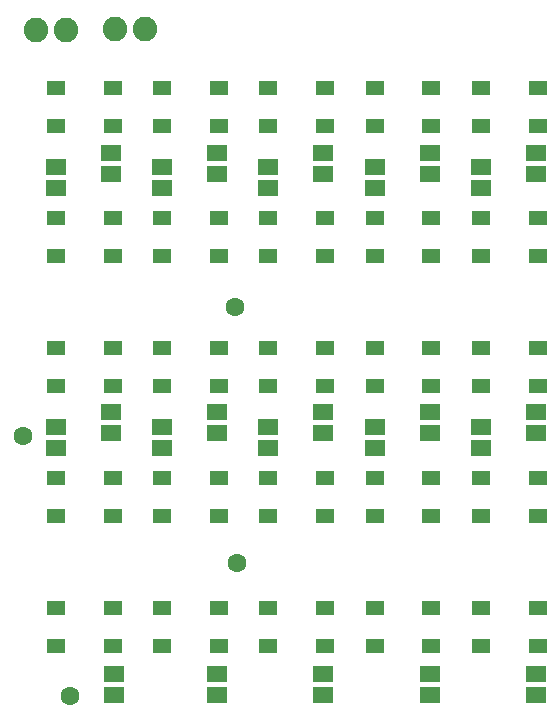
<source format=gts>
G04 EAGLE Gerber RS-274X export*
G75*
%MOMM*%
%FSLAX34Y34*%
%LPD*%
%AMOC8*
5,1,8,0,0,1.08239X$1,22.5*%
G01*
%ADD10R,1.553200X1.153200*%
%ADD11R,1.701800X1.371600*%
%ADD12C,2.082800*%
%ADD13C,1.603200*%


D10*
X86000Y933000D03*
X86000Y965000D03*
X38000Y965000D03*
X38000Y933000D03*
X38000Y855000D03*
X38000Y823000D03*
X86000Y823000D03*
X86000Y855000D03*
X86000Y713000D03*
X86000Y745000D03*
X38000Y745000D03*
X38000Y713000D03*
X176000Y713000D03*
X176000Y745000D03*
X128000Y745000D03*
X128000Y713000D03*
X266000Y713000D03*
X266000Y745000D03*
X218000Y745000D03*
X218000Y713000D03*
X356000Y713000D03*
X356000Y745000D03*
X308000Y745000D03*
X308000Y713000D03*
X446000Y713000D03*
X446000Y745000D03*
X398000Y745000D03*
X398000Y713000D03*
X398000Y635000D03*
X398000Y603000D03*
X446000Y603000D03*
X446000Y635000D03*
X308000Y635000D03*
X308000Y603000D03*
X356000Y603000D03*
X356000Y635000D03*
X218000Y635000D03*
X218000Y603000D03*
X266000Y603000D03*
X266000Y635000D03*
X128000Y635000D03*
X128000Y603000D03*
X176000Y603000D03*
X176000Y635000D03*
X176000Y933000D03*
X176000Y965000D03*
X128000Y965000D03*
X128000Y933000D03*
X38000Y635000D03*
X38000Y603000D03*
X86000Y603000D03*
X86000Y635000D03*
X86000Y493000D03*
X86000Y525000D03*
X38000Y525000D03*
X38000Y493000D03*
X176000Y493000D03*
X176000Y525000D03*
X128000Y525000D03*
X128000Y493000D03*
X266000Y493000D03*
X266000Y525000D03*
X218000Y525000D03*
X218000Y493000D03*
X356000Y493000D03*
X356000Y525000D03*
X308000Y525000D03*
X308000Y493000D03*
X446000Y493000D03*
X446000Y525000D03*
X398000Y525000D03*
X398000Y493000D03*
X266000Y933000D03*
X266000Y965000D03*
X218000Y965000D03*
X218000Y933000D03*
X356000Y933000D03*
X356000Y965000D03*
X308000Y965000D03*
X308000Y933000D03*
X446000Y933000D03*
X446000Y965000D03*
X398000Y965000D03*
X398000Y933000D03*
X398000Y855000D03*
X398000Y823000D03*
X446000Y823000D03*
X446000Y855000D03*
X308000Y855000D03*
X308000Y823000D03*
X356000Y823000D03*
X356000Y855000D03*
X218000Y855000D03*
X218000Y823000D03*
X266000Y823000D03*
X266000Y855000D03*
X128000Y855000D03*
X128000Y823000D03*
X176000Y823000D03*
X176000Y855000D03*
D11*
X84500Y892610D03*
X84500Y910390D03*
X38000Y897890D03*
X38000Y880110D03*
X84500Y672610D03*
X84500Y690390D03*
X174500Y672610D03*
X174500Y690390D03*
X264500Y672610D03*
X264500Y690390D03*
X354500Y672610D03*
X354500Y690390D03*
X444500Y672610D03*
X444500Y690390D03*
X398000Y677890D03*
X398000Y660110D03*
X308000Y677890D03*
X308000Y660110D03*
X218000Y677890D03*
X218000Y660110D03*
X128000Y677890D03*
X128000Y660110D03*
X174500Y892610D03*
X174500Y910390D03*
X38000Y677890D03*
X38000Y660110D03*
X87000Y451110D03*
X87000Y468890D03*
X174500Y451110D03*
X174500Y468890D03*
X264500Y451110D03*
X264500Y468890D03*
X354500Y451110D03*
X354500Y468890D03*
X444500Y451110D03*
X444500Y468890D03*
X264500Y892610D03*
X264500Y910390D03*
X354500Y892610D03*
X354500Y910390D03*
X444500Y892610D03*
X444500Y910390D03*
X398000Y897890D03*
X398000Y880110D03*
X308000Y897890D03*
X308000Y880110D03*
X218000Y897890D03*
X218000Y880110D03*
X128000Y897890D03*
X128000Y880110D03*
D12*
X88000Y1014600D03*
X113400Y1014600D03*
X46500Y1014400D03*
X21100Y1014400D03*
D13*
X190000Y780000D03*
X191000Y563000D03*
X50000Y450000D03*
X10000Y670000D03*
M02*

</source>
